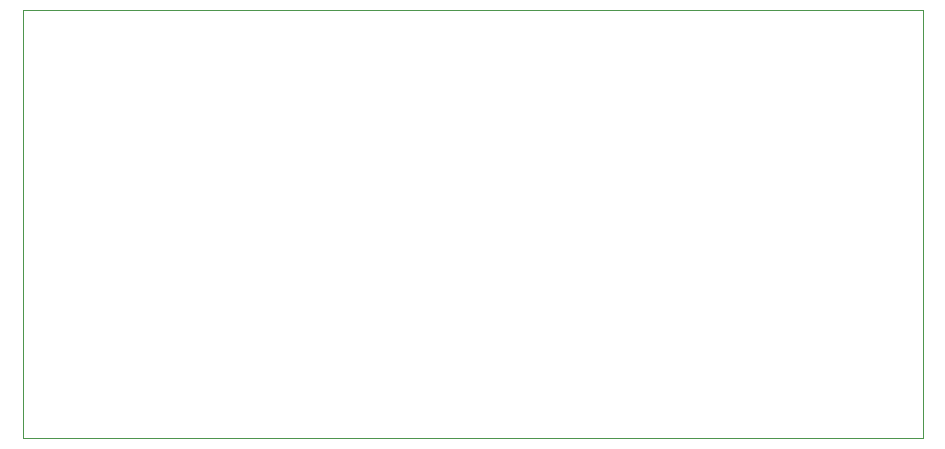
<source format=gbr>
G04 #@! TF.GenerationSoftware,KiCad,Pcbnew,(5.0.1-3-g963ef8bb5)*
G04 #@! TF.CreationDate,2019-07-11T22:25:35+01:00*
G04 #@! TF.ProjectId,KatanaSwitch,4B6174616E615377697463682E6B6963,rev?*
G04 #@! TF.SameCoordinates,Original*
G04 #@! TF.FileFunction,Profile,NP*
%FSLAX46Y46*%
G04 Gerber Fmt 4.6, Leading zero omitted, Abs format (unit mm)*
G04 Created by KiCad (PCBNEW (5.0.1-3-g963ef8bb5)) date Thursday, 11 July 2019 at 22:25:35*
%MOMM*%
%LPD*%
G01*
G04 APERTURE LIST*
%ADD10C,0.050000*%
G04 APERTURE END LIST*
D10*
X113665000Y-118745000D02*
X113665000Y-82550000D01*
X189865000Y-118745000D02*
X113665000Y-118745000D01*
X189865000Y-82550000D02*
X189865000Y-118745000D01*
X113665000Y-82550000D02*
X189865000Y-82550000D01*
M02*

</source>
